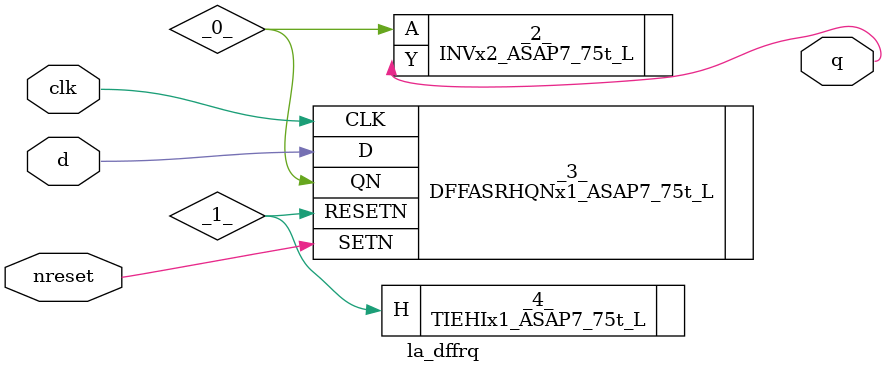
<source format=v>

/* Generated by Yosys 0.44 (git sha1 80ba43d26, g++ 11.4.0-1ubuntu1~22.04 -fPIC -O3) */

(* top =  1  *)
(* src = "generated" *)
(* keep_hierarchy *)
module la_dffrq (
    d,
    clk,
    nreset,
    q
);
  wire _0_;
  wire _1_;
  (* src = "generated" *)
  input clk;
  wire clk;
  (* src = "generated" *)
  input d;
  wire d;
  (* src = "generated" *)
  input nreset;
  wire nreset;
  (* src = "generated" *)
  output q;
  wire q;
  INVx2_ASAP7_75t_L _2_ (
      .A(_0_),
      .Y(q)
  );
  (* src = "generated" *)
  DFFASRHQNx1_ASAP7_75t_L _3_ (
      .CLK(clk),
      .D(d),
      .QN(_0_),
      .RESETN(_1_),
      .SETN(nreset)
  );
  TIEHIx1_ASAP7_75t_L _4_ (.H(_1_));
endmodule

</source>
